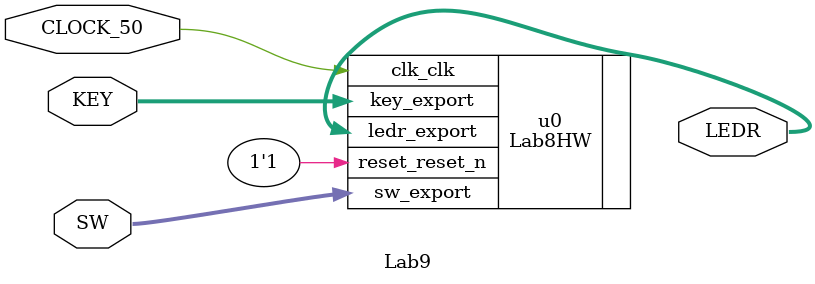
<source format=v>
module Lab9(input CLOCK_50, input [9:0]SW, output[9:0]LEDR, input [3:0] KEY);

Lab8HW u0 (
		.clk_clk       (CLOCK_50),       //   clk.clk
		.reset_reset_n (1'b1), // reset.reset_n
		.sw_export     (SW),     //    sw.export
		.ledr_export   (LEDR),   //  ledr.export
		.key_export    (KEY)     //   key.export
	);
endmodule
	
</source>
